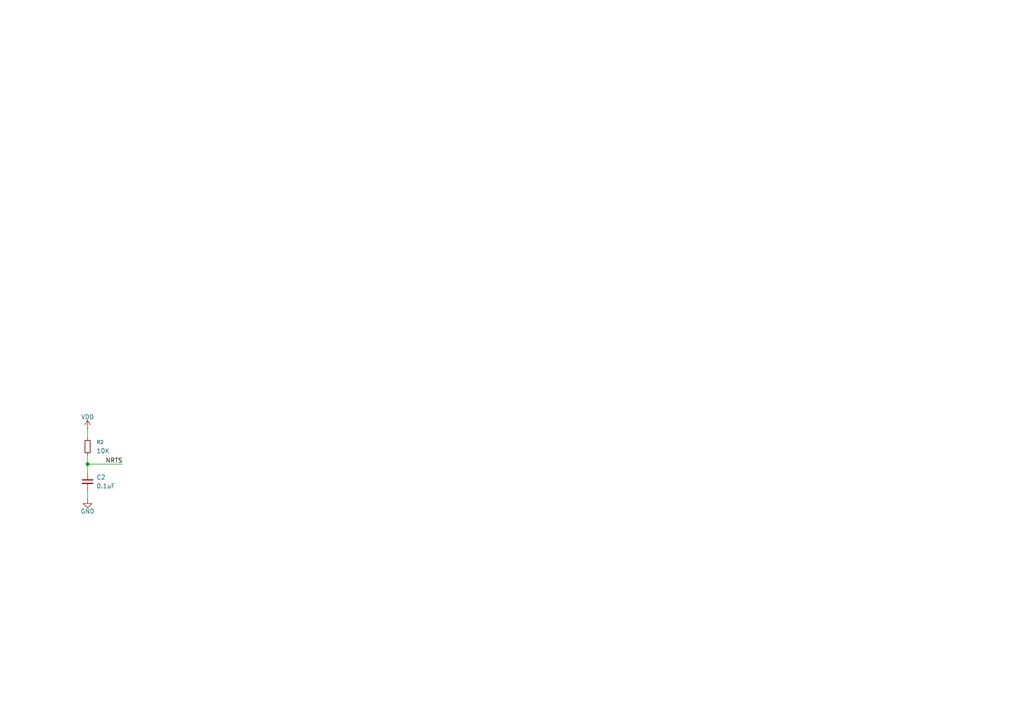
<source format=kicad_sch>
(kicad_sch (version 20250114) (generator "eeschema") (generator_version "9.0")
  (paper "A4")
  (lib_symbols
    (symbol "Device:C_Small" (pin_numbers (hide yes)) (pin_names (offset 0.254) (hide yes))
      (property "Reference" "C" (at 0.254 1.778 0))
      (property "Value" "C_Small" (at 0.254 -2.032 0))
      (symbol "C_Small_0_1"
        (polyline (pts (xy -1.524 0.508) (xy 1.524 0.508)) (stroke (width 0.3048)))
        (polyline (pts (xy -1.524 -0.508) (xy 1.524 -0.508)) (stroke (width 0.3302)))
      )
      (symbol "C_Small_1_1"
        (pin passive line (at 0 2.54 270) (length 2.032) (name "~") (number "1"))
        (pin passive line (at 0 -2.54 90) (length 2.032) (name "~") (number "2"))
      )
    )
    (symbol "Device:R_Small" (pin_numbers (hide yes)) (pin_names (offset 0.254) (hide yes))
      (property "Reference" "R" (at 0 0 90))
      (property "Value" "R_Small" (at 1.778 0 90))
      (symbol "R_Small_0_1"
        (rectangle (start -0.762 1.778) (end 0.762 -1.778) (stroke (width 0.2032)))
      )
      (symbol "R_Small_1_1"
        (pin passive line (at 0 2.54 270) (length 0.762) (name "~") (number "1"))
        (pin passive line (at 0 -2.54 90) (length 0.762) (name "~") (number "2"))
      )
    )
    (symbol "power:GND" (power) (pin_numbers (hide yes)) (pin_names (offset 0) (hide yes))
      (property "Value" "GND" (at 0 -3.81 0))
      (symbol "GND_0_1"
        (polyline (pts (xy 0 0) (xy 0 -1.27) (xy 1.27 -1.27) (xy 0 -2.54) (xy -1.27 -1.27) (xy 0 -1.27)))
      )
      (symbol "GND_1_1"
        (pin power_in line (at 0 0 270) (length 0) (name "~") (number "1"))
      )
    )
    (symbol "power:VDD" (power) (pin_numbers (hide yes)) (pin_names (offset 0) (hide yes))
      (property "Value" "VDD" (at 0 3.556 0))
      (symbol "VDD_0_1"
        (polyline (pts (xy -0.762 1.27) (xy 0 2.54)))
        (polyline (pts (xy 0 2.54) (xy 0.762 1.27)))
        (polyline (pts (xy 0 0) (xy 0 2.54)))
      )
      (symbol "VDD_1_1"
        (pin power_in line (at 0 0 90) (length 0) (name "~") (number "1"))
      )
    )
  )
  (junction (at 25.4 134.62))
  (wire (pts (xy 25.4 132.08) (xy 25.4 134.62)))
  (wire (pts (xy 25.4 142.24) (xy 25.4 144.78)))
  (wire (pts (xy 25.4 134.62) (xy 25.4 137.16)))
  (wire (pts (xy 25.4 124.46) (xy 25.4 127)))
  (wire (pts (xy 25.4 134.62) (xy 35.56 134.62)))
  (label "NRTS" (at 35.56 134.62 180))
  (symbol (lib_id "Device:R_Small") (at 25.4 129.54 0) (unit 1)
    (property "Reference" "R2" (at 27.94 128.2699 0) (effects (font (size 1.016 1.016)) (justify left)))
    (property "Value" "10K" (at 27.94 130.8099 0) (effects (justify left)))
    (property "Footprint" "Resistor_SMD:R_0603_1608Metric" (effects (hide yes)))
    (property "Description" "Resistor, small symbol" (effects (hide yes)))
  )
  (symbol (lib_id "power:GND") (at 25.4 144.78 0) (unit 1)
    (property "Reference" "#PWR04" (effects (hide yes)))
    (property "Value" "GND" (at 25.4 147.574 0) (effects (justify top)))
    (property "Description" "Power symbol creates a global label with name \"GND\" , ground" (effects (hide yes)))
  )
  (symbol (lib_id "Device:C_Small") (at 25.4 139.7 0) (unit 1)
    (property "Reference" "C2" (at 27.94 138.4362 0) (effects (justify left)))
    (property "Value" "0.1uF" (at 27.94 140.9762 0) (effects (justify left)))
    (property "Footprint" "Capacitor_SMD:C_0603_1608Metric" (effects (hide yes)))
    (property "Description" "Unpolarized capacitor, small symbol" (effects (hide yes)))
  )
  (symbol (lib_id "power:VDD") (at 25.4 124.46 0) (unit 1)
    (property "Reference" "#PWR05" (effects (hide yes)))
    (property "Value" "VDD" (at 25.4 121.666 0) (effects (justify bottom)))
    (property "Description" "Power symbol creates a global label with name \"VDD\"" (effects (hide yes)))
  )
)
</source>
